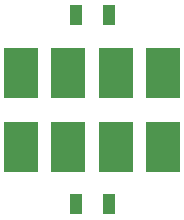
<source format=gbp>
%FSLAX25Y25*%
%MOIN*%
G70*
G01*
G75*
G04 Layer_Color=6049101*
%ADD10R,0.05906X0.05906*%
%ADD11R,0.05906X0.05906*%
%ADD12P,0.08352X4X337.5*%
%ADD13P,0.08352X4X382.5*%
%ADD14P,0.08352X4X67.5*%
%ADD15P,0.08352X4X112.5*%
%ADD16C,0.02500*%
%ADD17C,0.04000*%
%ADD18R,0.05000X0.08000*%
%ADD19R,0.12205X0.17716*%
%ADD20C,0.05000*%
%ADD21C,0.01000*%
%ADD22C,0.01200*%
%ADD23C,0.01500*%
%ADD24R,0.04906X0.04906*%
%ADD25R,0.04906X0.04906*%
%ADD26P,0.06937X4X337.5*%
%ADD27P,0.06937X4X382.5*%
%ADD28P,0.06937X4X67.5*%
%ADD29P,0.06937X4X112.5*%
%ADD30R,0.04000X0.07000*%
%ADD31R,0.11205X0.16716*%
D30*
X1091000Y768500D02*
D03*
X1102000D02*
D03*
X1091000Y831500D02*
D03*
X1102000D02*
D03*
D31*
X1120000Y787500D02*
D03*
X1104252D02*
D03*
X1088504D02*
D03*
X1120000Y812106D02*
D03*
X1104252D02*
D03*
X1088504D02*
D03*
X1072756Y787500D02*
D03*
Y812106D02*
D03*
M02*

</source>
